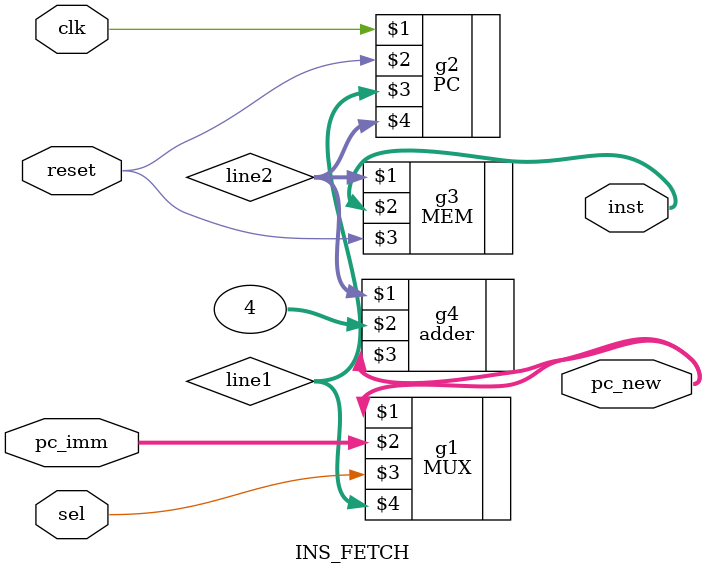
<source format=sv>
module INS_FETCH #(parameter N=32) (input logic clk,input logic reset, input logic sel, 
input logic [N-1:0]pc_imm, 
output logic [N-1:0]pc_new,output logic [N-1:0]inst);
wire [N-1:0]line1,line2;
MUX #(32) g1(pc_new,pc_imm,sel,line1);
PC #(32) g2(clk,reset,line1,line2);
MEM #(32) g3(line2,inst,reset);
adder #(32) g4(line2,32'd4,pc_new);
endmodule
</source>
